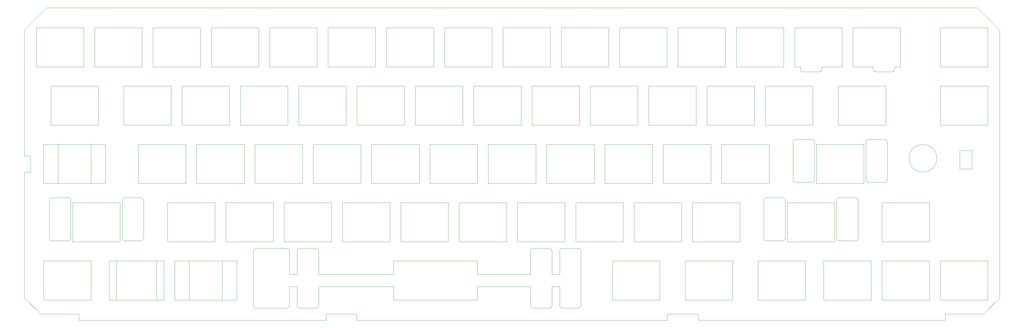
<source format=gbr>
G04 #@! TF.FileFunction,Profile,NP*
%FSLAX46Y46*%
G04 Gerber Fmt 4.6, Leading zero omitted, Abs format (unit mm)*
G04 Created by KiCad (PCBNEW 4.0.6) date 05/14/19 15:03:00*
%MOMM*%
%LPD*%
G01*
G04 APERTURE LIST*
%ADD10C,0.100000*%
%ADD11C,0.010000*%
G04 APERTURE END LIST*
D10*
D11*
X45850000Y-44500000D02*
X45850000Y-31700000D01*
X30350000Y-44500000D02*
X45850000Y-44500000D01*
X30350000Y-31700000D02*
X30350000Y-44500000D01*
X45850000Y-31700000D02*
X30350000Y-31700000D01*
X341125000Y-44500000D02*
X341125000Y-31700000D01*
X325625000Y-44500000D02*
X341125000Y-44500000D01*
X325625000Y-31700000D02*
X325625000Y-44500000D01*
X341125000Y-31700000D02*
X325625000Y-31700000D01*
X341125000Y-63550000D02*
X341125000Y-50750000D01*
X325625000Y-63550000D02*
X341125000Y-63550000D01*
X325625000Y-50750000D02*
X325625000Y-63550000D01*
X341125000Y-50750000D02*
X325625000Y-50750000D01*
X341125000Y-120700000D02*
X341125000Y-107900000D01*
X325625000Y-120700000D02*
X341125000Y-120700000D01*
X325625000Y-107900000D02*
X325625000Y-120700000D01*
X341125000Y-107900000D02*
X325625000Y-107900000D01*
X322075000Y-120700000D02*
X322075000Y-107900000D01*
X306575000Y-120700000D02*
X322075000Y-120700000D01*
X306575000Y-107900000D02*
X306575000Y-120700000D01*
X322075000Y-107900000D02*
X306575000Y-107900000D01*
X303025000Y-120700000D02*
X303025000Y-107900000D01*
X287525000Y-120700000D02*
X303025000Y-120700000D01*
X287525000Y-107900000D02*
X287525000Y-120700000D01*
X303025000Y-107900000D02*
X287525000Y-107900000D01*
X322075000Y-101650000D02*
X322075000Y-88850000D01*
X306575000Y-101650000D02*
X322075000Y-101650000D01*
X306575000Y-88850000D02*
X306575000Y-101650000D01*
X322075000Y-88850000D02*
X306575000Y-88850000D01*
X50612500Y-63550000D02*
X50612500Y-50750000D01*
X35112500Y-63550000D02*
X50612500Y-63550000D01*
X35112500Y-50750000D02*
X35112500Y-63550000D01*
X50612500Y-50750000D02*
X35112500Y-50750000D01*
X52993750Y-82600000D02*
X52993750Y-69800000D01*
X37493750Y-82600000D02*
X52993750Y-82600000D01*
X37493750Y-69800000D02*
X37493750Y-82600000D01*
X52993750Y-69800000D02*
X37493750Y-69800000D01*
X57756250Y-101650000D02*
X57756250Y-88850000D01*
X42256250Y-101650000D02*
X57756250Y-101650000D01*
X42256250Y-88850000D02*
X42256250Y-101650000D01*
X57756250Y-88850000D02*
X42256250Y-88850000D01*
X35356250Y-101250000D02*
G75*
G02X34606250Y-100500000I0J750000D01*
G01*
X34606250Y-88000000D02*
X34606250Y-100500000D01*
X34606250Y-88000000D02*
G75*
G02X35356250Y-87250000I750000J0D01*
G01*
X40856250Y-87250000D02*
X35356250Y-87250000D01*
X40856250Y-87250000D02*
G75*
G02X41606250Y-88000000I0J-750000D01*
G01*
X41606250Y-100500000D02*
X41606250Y-88000000D01*
X41606250Y-100500000D02*
G75*
G02X40856250Y-101250000I-750000J0D01*
G01*
X35356250Y-101250000D02*
X40856250Y-101250000D01*
X58406250Y-88000000D02*
X58406250Y-100500000D01*
X58406250Y-88000000D02*
G75*
G02X59156250Y-87250000I750000J0D01*
G01*
X64656250Y-87250000D02*
X59156250Y-87250000D01*
X64656250Y-87250000D02*
G75*
G02X65406250Y-88000000I0J-750000D01*
G01*
X65406250Y-100500000D02*
X65406250Y-88000000D01*
X65406250Y-100500000D02*
G75*
G02X64656250Y-101250000I-750000J0D01*
G01*
X59156250Y-101250000D02*
X64656250Y-101250000D01*
X59156250Y-101250000D02*
G75*
G02X58406250Y-100500000I0J750000D01*
G01*
X291118750Y-101650000D02*
X291118750Y-88850000D01*
X275618750Y-101650000D02*
X291118750Y-101650000D01*
X275618750Y-88850000D02*
X275618750Y-101650000D01*
X291118750Y-88850000D02*
X275618750Y-88850000D01*
X307787500Y-63550000D02*
X307787500Y-50750000D01*
X292287500Y-63550000D02*
X307787500Y-63550000D01*
X292287500Y-50750000D02*
X292287500Y-63550000D01*
X307787500Y-50750000D02*
X292287500Y-50750000D01*
X300643750Y-82600000D02*
X300643750Y-69800000D01*
X285143750Y-82600000D02*
X300643750Y-82600000D01*
X285143750Y-69800000D02*
X285143750Y-82600000D01*
X300643750Y-69800000D02*
X285143750Y-69800000D01*
X64900000Y-44500000D02*
X64900000Y-31700000D01*
X49400000Y-44500000D02*
X64900000Y-44500000D01*
X49400000Y-31700000D02*
X49400000Y-44500000D01*
X64900000Y-31700000D02*
X49400000Y-31700000D01*
X283975000Y-63550000D02*
X283975000Y-50750000D01*
X268475000Y-63550000D02*
X283975000Y-63550000D01*
X268475000Y-50750000D02*
X268475000Y-63550000D01*
X283975000Y-50750000D02*
X268475000Y-50750000D01*
X269687500Y-82600000D02*
X269687500Y-69800000D01*
X254187500Y-82600000D02*
X269687500Y-82600000D01*
X254187500Y-69800000D02*
X254187500Y-82600000D01*
X269687500Y-69800000D02*
X254187500Y-69800000D01*
X260162500Y-101650000D02*
X260162500Y-88850000D01*
X244662500Y-101650000D02*
X260162500Y-101650000D01*
X244662500Y-88850000D02*
X244662500Y-101650000D01*
X260162500Y-88850000D02*
X244662500Y-88850000D01*
X74425000Y-63550000D02*
X74425000Y-50750000D01*
X58925000Y-63550000D02*
X74425000Y-63550000D01*
X58925000Y-50750000D02*
X58925000Y-63550000D01*
X74425000Y-50750000D02*
X58925000Y-50750000D01*
X79187500Y-82600000D02*
X79187500Y-69800000D01*
X63687500Y-82600000D02*
X79187500Y-82600000D01*
X63687500Y-69800000D02*
X63687500Y-82600000D01*
X79187500Y-69800000D02*
X63687500Y-69800000D01*
X88712500Y-101650000D02*
X88712500Y-88850000D01*
X73212500Y-101650000D02*
X88712500Y-101650000D01*
X73212500Y-88850000D02*
X73212500Y-101650000D01*
X88712500Y-88850000D02*
X73212500Y-88850000D01*
X48231250Y-120700000D02*
X48231250Y-107900000D01*
X32731250Y-120700000D02*
X48231250Y-120700000D01*
X32731250Y-107900000D02*
X32731250Y-120700000D01*
X48231250Y-107900000D02*
X32731250Y-107900000D01*
X257781250Y-120700000D02*
X257781250Y-107900000D01*
X242281250Y-120700000D02*
X257781250Y-120700000D01*
X242281250Y-107900000D02*
X242281250Y-120700000D01*
X257781250Y-107900000D02*
X242281250Y-107900000D01*
X281593750Y-120700000D02*
X281593750Y-107900000D01*
X266093750Y-120700000D02*
X281593750Y-120700000D01*
X266093750Y-107900000D02*
X266093750Y-120700000D01*
X281593750Y-107900000D02*
X266093750Y-107900000D01*
X218468750Y-120700000D02*
X218468750Y-107900000D01*
X233968750Y-120700000D02*
X218468750Y-120700000D01*
X233968750Y-107900000D02*
X233968750Y-120700000D01*
X218468750Y-107900000D02*
X233968750Y-107900000D01*
X72043750Y-120700000D02*
X72043750Y-107900000D01*
X56543750Y-120700000D02*
X72043750Y-120700000D01*
X56543750Y-107900000D02*
X56543750Y-120700000D01*
X72043750Y-107900000D02*
X56543750Y-107900000D01*
X95856250Y-120700000D02*
X95856250Y-107900000D01*
X80356250Y-120700000D02*
X95856250Y-120700000D01*
X80356250Y-107900000D02*
X80356250Y-120700000D01*
X95856250Y-107900000D02*
X80356250Y-107900000D01*
X274218750Y-87250000D02*
G75*
G02X274968750Y-88000000I0J-750000D01*
G01*
X274968750Y-100500000D02*
X274968750Y-88000000D01*
X274968750Y-100500000D02*
G75*
G02X274218750Y-101250000I-750000J0D01*
G01*
X268718750Y-101250000D02*
X274218750Y-101250000D01*
X268718750Y-101250000D02*
G75*
G02X267968750Y-100500000I0J750000D01*
G01*
X267968750Y-88000000D02*
X267968750Y-100500000D01*
X267968750Y-88000000D02*
G75*
G02X268718750Y-87250000I750000J0D01*
G01*
X274218750Y-87250000D02*
X268718750Y-87250000D01*
X298768750Y-100500000D02*
G75*
G02X298018750Y-101250000I-750000J0D01*
G01*
X292518750Y-101250000D02*
X298018750Y-101250000D01*
X292518750Y-101250000D02*
G75*
G02X291768750Y-100500000I0J750000D01*
G01*
X291768750Y-88000000D02*
X291768750Y-100500000D01*
X291768750Y-88000000D02*
G75*
G02X292518750Y-87250000I750000J0D01*
G01*
X298018750Y-87250000D02*
X292518750Y-87250000D01*
X298018750Y-87250000D02*
G75*
G02X298768750Y-88000000I0J-750000D01*
G01*
X298768750Y-100500000D02*
X298768750Y-88000000D01*
X284493750Y-81450000D02*
G75*
G02X283743750Y-82200000I-750000J0D01*
G01*
X278243750Y-82200000D02*
X283743750Y-82200000D01*
X278243750Y-82200000D02*
G75*
G02X277493750Y-81450000I0J750000D01*
G01*
X277493750Y-68950000D02*
X277493750Y-81450000D01*
X277493750Y-68950000D02*
G75*
G02X278243750Y-68200000I750000J0D01*
G01*
X283743750Y-68200000D02*
X278243750Y-68200000D01*
X283743750Y-68200000D02*
G75*
G02X284493750Y-68950000I0J-750000D01*
G01*
X284493750Y-81450000D02*
X284493750Y-68950000D01*
X302043750Y-82200000D02*
G75*
G02X301293750Y-81450000I0J750000D01*
G01*
X301293750Y-68950000D02*
X301293750Y-81450000D01*
X301293750Y-68950000D02*
G75*
G02X302043750Y-68200000I750000J0D01*
G01*
X307543750Y-68200000D02*
X302043750Y-68200000D01*
X307543750Y-68200000D02*
G75*
G02X308293750Y-68950000I0J-750000D01*
G01*
X308293750Y-81450000D02*
X308293750Y-68950000D01*
X308293750Y-81450000D02*
G75*
G02X307543750Y-82200000I-750000J0D01*
G01*
X302043750Y-82200000D02*
X307543750Y-82200000D01*
X335950000Y-77850000D02*
X335950000Y-71850000D01*
X331950000Y-77850000D02*
X335950000Y-77850000D01*
X331950000Y-71850000D02*
X331950000Y-77850000D01*
X335950000Y-71850000D02*
X331950000Y-71850000D01*
X310675000Y-45350000D02*
G75*
G02X309925000Y-46100000I-750000J0D01*
G01*
X310675000Y-44500000D02*
X310675000Y-45350000D01*
X312550000Y-44500000D02*
X310675000Y-44500000D01*
X312550000Y-31700000D02*
X312550000Y-44500000D01*
X297050000Y-31700000D02*
X312550000Y-31700000D01*
X297050000Y-44500000D02*
X297050000Y-31700000D01*
X303675000Y-44500000D02*
X297050000Y-44500000D01*
X303675000Y-45350000D02*
X303675000Y-44500000D01*
X304425000Y-46100000D02*
G75*
G02X303675000Y-45350000I0J750000D01*
G01*
X309925000Y-46100000D02*
X304425000Y-46100000D01*
X286875000Y-45350000D02*
G75*
G02X286125000Y-46100000I-750000J0D01*
G01*
X286875000Y-44500000D02*
X286875000Y-45350000D01*
X293500000Y-44500000D02*
X286875000Y-44500000D01*
X293500000Y-31700000D02*
X293500000Y-44500000D01*
X278000000Y-31700000D02*
X293500000Y-31700000D01*
X278000000Y-44500000D02*
X278000000Y-31700000D01*
X279875000Y-44500000D02*
X278000000Y-44500000D01*
X279875000Y-45350000D02*
X279875000Y-44500000D01*
X280625000Y-46100000D02*
G75*
G02X279875000Y-45350000I0J750000D01*
G01*
X286125000Y-46100000D02*
X280625000Y-46100000D01*
X26487500Y-32450000D02*
X33787500Y-25150000D01*
X26487500Y-73600000D02*
X26487500Y-32450000D01*
X28487500Y-73600000D02*
X26487500Y-73600000D01*
X28487500Y-78800000D02*
X28487500Y-73600000D01*
X26487500Y-78800000D02*
X28487500Y-78800000D01*
X26487500Y-119950000D02*
X26487500Y-78800000D01*
X31787500Y-125250000D02*
X26487500Y-119950000D01*
X44237500Y-125250000D02*
X31787500Y-125250000D01*
X44237500Y-127250000D02*
X44237500Y-125250000D01*
X124987500Y-127250000D02*
X44237500Y-127250000D01*
X124987500Y-125250000D02*
X124987500Y-127250000D01*
X134987500Y-125250000D02*
X124987500Y-125250000D01*
X134987500Y-127250000D02*
X134987500Y-125250000D01*
X236487500Y-127250000D02*
X134987500Y-127250000D01*
X236487500Y-125250000D02*
X236487500Y-127250000D01*
X246487500Y-125250000D02*
X236487500Y-125250000D01*
X246487500Y-127250000D02*
X246487500Y-125250000D01*
X327237500Y-127250000D02*
X246487500Y-127250000D01*
X327237500Y-125250000D02*
X327237500Y-127250000D01*
X339687500Y-125250000D02*
X327237500Y-125250000D01*
X344987500Y-119950000D02*
X339687500Y-125250000D01*
X344987500Y-32450000D02*
X344987500Y-119950000D01*
X337687500Y-25150000D02*
X344987500Y-32450000D01*
X33787500Y-25150000D02*
X337687500Y-25150000D01*
X68450000Y-44500000D02*
X83950000Y-44500000D01*
X68450000Y-31700000D02*
X68450000Y-44500000D01*
X83950000Y-31700000D02*
X68450000Y-31700000D01*
X83950000Y-44500000D02*
X83950000Y-31700000D01*
X87500000Y-44500000D02*
X103000000Y-44500000D01*
X87500000Y-31700000D02*
X87500000Y-44500000D01*
X103000000Y-31700000D02*
X87500000Y-31700000D01*
X103000000Y-44500000D02*
X103000000Y-31700000D01*
X106550000Y-44500000D02*
X122050000Y-44500000D01*
X106550000Y-31700000D02*
X106550000Y-44500000D01*
X122050000Y-31700000D02*
X106550000Y-31700000D01*
X122050000Y-44500000D02*
X122050000Y-31700000D01*
X125600000Y-44500000D02*
X141100000Y-44500000D01*
X125600000Y-31700000D02*
X125600000Y-44500000D01*
X141100000Y-31700000D02*
X125600000Y-31700000D01*
X141100000Y-44500000D02*
X141100000Y-31700000D01*
X144650000Y-44500000D02*
X160150000Y-44500000D01*
X144650000Y-31700000D02*
X144650000Y-44500000D01*
X160150000Y-31700000D02*
X144650000Y-31700000D01*
X160150000Y-44500000D02*
X160150000Y-31700000D01*
X163700000Y-44500000D02*
X179200000Y-44500000D01*
X163700000Y-31700000D02*
X163700000Y-44500000D01*
X179200000Y-31700000D02*
X163700000Y-31700000D01*
X179200000Y-44500000D02*
X179200000Y-31700000D01*
X258950000Y-44500000D02*
X274450000Y-44500000D01*
X258950000Y-31700000D02*
X258950000Y-44500000D01*
X274450000Y-31700000D02*
X258950000Y-31700000D01*
X274450000Y-44500000D02*
X274450000Y-31700000D01*
X239900000Y-44500000D02*
X255400000Y-44500000D01*
X239900000Y-31700000D02*
X239900000Y-44500000D01*
X255400000Y-31700000D02*
X239900000Y-31700000D01*
X255400000Y-44500000D02*
X255400000Y-31700000D01*
X220850000Y-44500000D02*
X236350000Y-44500000D01*
X220850000Y-31700000D02*
X220850000Y-44500000D01*
X236350000Y-31700000D02*
X220850000Y-31700000D01*
X236350000Y-44500000D02*
X236350000Y-31700000D01*
X201800000Y-44500000D02*
X217300000Y-44500000D01*
X201800000Y-31700000D02*
X201800000Y-44500000D01*
X217300000Y-31700000D02*
X201800000Y-31700000D01*
X217300000Y-44500000D02*
X217300000Y-31700000D01*
X182750000Y-44500000D02*
X198250000Y-44500000D01*
X182750000Y-31700000D02*
X182750000Y-44500000D01*
X198250000Y-31700000D02*
X182750000Y-31700000D01*
X198250000Y-44500000D02*
X198250000Y-31700000D01*
X77975000Y-63550000D02*
X93475000Y-63550000D01*
X77975000Y-50750000D02*
X77975000Y-63550000D01*
X93475000Y-50750000D02*
X77975000Y-50750000D01*
X93475000Y-63550000D02*
X93475000Y-50750000D01*
X97025000Y-63550000D02*
X112525000Y-63550000D01*
X97025000Y-50750000D02*
X97025000Y-63550000D01*
X112525000Y-50750000D02*
X97025000Y-50750000D01*
X112525000Y-63550000D02*
X112525000Y-50750000D01*
X116075000Y-63550000D02*
X131575000Y-63550000D01*
X116075000Y-50750000D02*
X116075000Y-63550000D01*
X131575000Y-50750000D02*
X116075000Y-50750000D01*
X131575000Y-63550000D02*
X131575000Y-50750000D01*
X135125000Y-63550000D02*
X150625000Y-63550000D01*
X135125000Y-50750000D02*
X135125000Y-63550000D01*
X150625000Y-50750000D02*
X135125000Y-50750000D01*
X150625000Y-63550000D02*
X150625000Y-50750000D01*
X154175000Y-63550000D02*
X169675000Y-63550000D01*
X154175000Y-50750000D02*
X154175000Y-63550000D01*
X169675000Y-50750000D02*
X154175000Y-50750000D01*
X169675000Y-63550000D02*
X169675000Y-50750000D01*
X173225000Y-63550000D02*
X188725000Y-63550000D01*
X173225000Y-50750000D02*
X173225000Y-63550000D01*
X188725000Y-50750000D02*
X173225000Y-50750000D01*
X188725000Y-63550000D02*
X188725000Y-50750000D01*
X192275000Y-63550000D02*
X207775000Y-63550000D01*
X192275000Y-50750000D02*
X192275000Y-63550000D01*
X207775000Y-50750000D02*
X192275000Y-50750000D01*
X207775000Y-63550000D02*
X207775000Y-50750000D01*
X249425000Y-63550000D02*
X264925000Y-63550000D01*
X249425000Y-50750000D02*
X249425000Y-63550000D01*
X264925000Y-50750000D02*
X249425000Y-50750000D01*
X264925000Y-63550000D02*
X264925000Y-50750000D01*
X230375000Y-63550000D02*
X245875000Y-63550000D01*
X230375000Y-50750000D02*
X230375000Y-63550000D01*
X245875000Y-50750000D02*
X230375000Y-50750000D01*
X245875000Y-63550000D02*
X245875000Y-50750000D01*
X211325000Y-63550000D02*
X226825000Y-63550000D01*
X211325000Y-50750000D02*
X211325000Y-63550000D01*
X226825000Y-50750000D02*
X211325000Y-50750000D01*
X226825000Y-63550000D02*
X226825000Y-50750000D01*
X82737500Y-82600000D02*
X98237500Y-82600000D01*
X82737500Y-69800000D02*
X82737500Y-82600000D01*
X98237500Y-69800000D02*
X82737500Y-69800000D01*
X98237500Y-82600000D02*
X98237500Y-69800000D01*
X101787500Y-82600000D02*
X117287500Y-82600000D01*
X101787500Y-69800000D02*
X101787500Y-82600000D01*
X117287500Y-69800000D02*
X101787500Y-69800000D01*
X117287500Y-82600000D02*
X117287500Y-69800000D01*
X120837500Y-82600000D02*
X136337500Y-82600000D01*
X120837500Y-69800000D02*
X120837500Y-82600000D01*
X136337500Y-69800000D02*
X120837500Y-69800000D01*
X136337500Y-82600000D02*
X136337500Y-69800000D01*
X139887500Y-82600000D02*
X155387500Y-82600000D01*
X139887500Y-69800000D02*
X139887500Y-82600000D01*
X155387500Y-69800000D02*
X139887500Y-69800000D01*
X155387500Y-82600000D02*
X155387500Y-69800000D01*
X158937500Y-82600000D02*
X174437500Y-82600000D01*
X158937500Y-69800000D02*
X158937500Y-82600000D01*
X174437500Y-69800000D02*
X158937500Y-69800000D01*
X174437500Y-82600000D02*
X174437500Y-69800000D01*
X177987500Y-82600000D02*
X193487500Y-82600000D01*
X177987500Y-69800000D02*
X177987500Y-82600000D01*
X193487500Y-69800000D02*
X177987500Y-69800000D01*
X193487500Y-82600000D02*
X193487500Y-69800000D01*
X197037500Y-82600000D02*
X212537500Y-82600000D01*
X197037500Y-69800000D02*
X197037500Y-82600000D01*
X212537500Y-69800000D02*
X197037500Y-69800000D01*
X212537500Y-82600000D02*
X212537500Y-69800000D01*
X235137500Y-82600000D02*
X250637500Y-82600000D01*
X235137500Y-69800000D02*
X235137500Y-82600000D01*
X250637500Y-69800000D02*
X235137500Y-69800000D01*
X250637500Y-82600000D02*
X250637500Y-69800000D01*
X216087500Y-82600000D02*
X231587500Y-82600000D01*
X216087500Y-69800000D02*
X216087500Y-82600000D01*
X231587500Y-69800000D02*
X216087500Y-69800000D01*
X231587500Y-82600000D02*
X231587500Y-69800000D01*
X92262500Y-101650000D02*
X107762500Y-101650000D01*
X92262500Y-88850000D02*
X92262500Y-101650000D01*
X107762500Y-88850000D02*
X92262500Y-88850000D01*
X107762500Y-101650000D02*
X107762500Y-88850000D01*
X111312500Y-101650000D02*
X126812500Y-101650000D01*
X111312500Y-88850000D02*
X111312500Y-101650000D01*
X126812500Y-88850000D02*
X111312500Y-88850000D01*
X126812500Y-101650000D02*
X126812500Y-88850000D01*
X130362500Y-101650000D02*
X145862500Y-101650000D01*
X130362500Y-88850000D02*
X130362500Y-101650000D01*
X145862500Y-88850000D02*
X130362500Y-88850000D01*
X145862500Y-101650000D02*
X145862500Y-88850000D01*
X149412500Y-101650000D02*
X164912500Y-101650000D01*
X149412500Y-88850000D02*
X149412500Y-101650000D01*
X164912500Y-88850000D02*
X149412500Y-88850000D01*
X164912500Y-101650000D02*
X164912500Y-88850000D01*
X168462500Y-101650000D02*
X183962500Y-101650000D01*
X168462500Y-88850000D02*
X168462500Y-101650000D01*
X183962500Y-88850000D02*
X168462500Y-88850000D01*
X183962500Y-101650000D02*
X183962500Y-88850000D01*
X187512500Y-101650000D02*
X203012500Y-101650000D01*
X187512500Y-88850000D02*
X187512500Y-101650000D01*
X203012500Y-88850000D02*
X187512500Y-88850000D01*
X203012500Y-101650000D02*
X203012500Y-88850000D01*
X206562500Y-101650000D02*
X222062500Y-101650000D01*
X206562500Y-88850000D02*
X206562500Y-101650000D01*
X222062500Y-88850000D02*
X206562500Y-88850000D01*
X222062500Y-101650000D02*
X222062500Y-88850000D01*
X225612500Y-101650000D02*
X241112500Y-101650000D01*
X225612500Y-88850000D02*
X225612500Y-101650000D01*
X241112500Y-88850000D02*
X225612500Y-88850000D01*
X241112500Y-101650000D02*
X241112500Y-88850000D01*
X91093750Y-120700000D02*
X91093750Y-107900000D01*
X75593750Y-120700000D02*
X91093750Y-120700000D01*
X75593750Y-107900000D02*
X75593750Y-120700000D01*
X91093750Y-107900000D02*
X75593750Y-107900000D01*
X69662500Y-120700000D02*
X69662500Y-107900000D01*
X54162500Y-120700000D02*
X69662500Y-120700000D01*
X54162500Y-107900000D02*
X54162500Y-120700000D01*
X69662500Y-107900000D02*
X54162500Y-107900000D01*
X48231250Y-82600000D02*
X48231250Y-69800000D01*
X32731250Y-82600000D02*
X48231250Y-82600000D01*
X32731250Y-69800000D02*
X32731250Y-82600000D01*
X48231250Y-69800000D02*
X32731250Y-69800000D01*
X147031250Y-116300000D02*
X122562500Y-116300000D01*
X147031250Y-120700000D02*
X147031250Y-116300000D01*
X174437500Y-120700000D02*
X147031250Y-120700000D01*
X174437500Y-116300000D02*
X174437500Y-120700000D01*
X191762500Y-116300000D02*
X174437500Y-116300000D01*
X191762500Y-122550000D02*
X191762500Y-116300000D01*
X192512500Y-123300000D02*
G75*
G02X191762500Y-122550000I0J750000D01*
G01*
X198012500Y-123300000D02*
X192512500Y-123300000D01*
X198762500Y-122550000D02*
G75*
G02X198012500Y-123300000I-750000J0D01*
G01*
X198762500Y-116300000D02*
X198762500Y-122550000D01*
X201287500Y-116300000D02*
X198762500Y-116300000D01*
X201287500Y-122550000D02*
X201287500Y-116300000D01*
X202037500Y-123300000D02*
G75*
G02X201287500Y-122550000I0J750000D01*
G01*
X207537500Y-123300000D02*
X202037500Y-123300000D01*
X208287500Y-122550000D02*
G75*
G02X207537500Y-123300000I-750000J0D01*
G01*
X208287500Y-104550000D02*
X208287500Y-122550000D01*
X207537500Y-103800000D02*
G75*
G02X208287500Y-104550000I0J-750000D01*
G01*
X202037500Y-103800000D02*
X207537500Y-103800000D01*
X201287500Y-104550000D02*
G75*
G02X202037500Y-103800000I750000J0D01*
G01*
X201287500Y-112300000D02*
X201287500Y-104550000D01*
X198762500Y-112300000D02*
X201287500Y-112300000D01*
X198762500Y-104550000D02*
X198762500Y-112300000D01*
X198012500Y-103800000D02*
G75*
G02X198762500Y-104550000I0J-750000D01*
G01*
X192512500Y-103800000D02*
X198012500Y-103800000D01*
X191762500Y-104550000D02*
G75*
G02X192512500Y-103800000I750000J0D01*
G01*
X191762500Y-112300000D02*
X191762500Y-104550000D01*
X174437500Y-112300000D02*
X191762500Y-112300000D01*
X174437500Y-107900000D02*
X174437500Y-112300000D01*
X147031250Y-107900000D02*
X174437500Y-107900000D01*
X147031250Y-112300000D02*
X147031250Y-107900000D01*
X122562500Y-112300000D02*
X147031250Y-112300000D01*
X122562500Y-104550000D02*
X122562500Y-112300000D01*
X121812500Y-103800000D02*
G75*
G02X122562500Y-104550000I0J-750000D01*
G01*
X116312500Y-103800000D02*
X121812500Y-103800000D01*
X115562500Y-104550000D02*
G75*
G02X116312500Y-103800000I750000J0D01*
G01*
X115562500Y-112300000D02*
X115562500Y-104550000D01*
X113037500Y-112300000D02*
X115562500Y-112300000D01*
X113037500Y-104550000D02*
X113037500Y-112300000D01*
X112287500Y-103800000D02*
G75*
G02X113037500Y-104550000I0J-750000D01*
G01*
X102025000Y-103800000D02*
X112287500Y-103800000D01*
X101275000Y-104550000D02*
G75*
G02X102025000Y-103800000I750000J0D01*
G01*
X101275000Y-122550000D02*
X101275000Y-104550000D01*
X102025000Y-123300000D02*
G75*
G02X101275000Y-122550000I0J750000D01*
G01*
X112287500Y-123300000D02*
X102025000Y-123300000D01*
X113037500Y-122550000D02*
G75*
G02X112287500Y-123300000I-750000J0D01*
G01*
X113037500Y-116300000D02*
X113037500Y-122550000D01*
X115562500Y-116300000D02*
X113037500Y-116300000D01*
X115562500Y-122550000D02*
X115562500Y-116300000D01*
X116312500Y-123300000D02*
G75*
G02X115562500Y-122550000I0J750000D01*
G01*
X121812500Y-123300000D02*
X116312500Y-123300000D01*
X122562500Y-122550000D02*
G75*
G02X121812500Y-123300000I-750000J0D01*
G01*
X122562500Y-116300000D02*
X122562500Y-122550000D01*
X324450000Y-74350000D02*
G75*
G03X324450000Y-74350000I-4500000J0D01*
G01*
M02*

</source>
